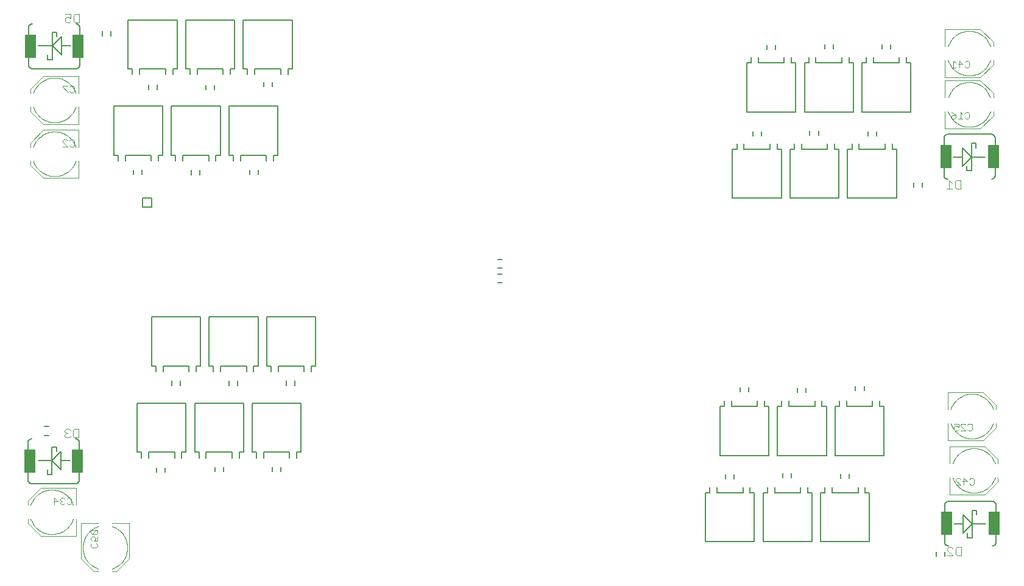
<source format=gbo>
G75*
G70*
%OFA0B0*%
%FSLAX24Y24*%
%IPPOS*%
%LPD*%
%AMOC8*
5,1,8,0,0,1.08239X$1,22.5*
%
%ADD10C,0.0050*%
%ADD11C,0.0060*%
%ADD12C,0.0040*%
%ADD13C,0.0030*%
%ADD14R,0.0600X0.1260*%
D10*
X039892Y006848D02*
X039892Y008898D01*
X039894Y008924D01*
X039899Y008950D01*
X039907Y008975D01*
X039919Y008998D01*
X039933Y009020D01*
X039951Y009039D01*
X039970Y009057D01*
X039992Y009071D01*
X040015Y009083D01*
X040040Y009091D01*
X040066Y009096D01*
X040092Y009098D01*
X041192Y008648D02*
X041442Y008648D01*
X041442Y008398D01*
X041692Y008398D02*
X041192Y007898D01*
X040442Y007898D01*
X040942Y007398D02*
X040942Y007148D01*
X041192Y007148D01*
X041192Y007898D01*
X041192Y008648D01*
X041692Y008398D02*
X041692Y007898D01*
X041692Y007398D01*
X041192Y007898D01*
X041692Y007898D02*
X042192Y007898D01*
X042692Y006848D02*
X042690Y006822D01*
X042685Y006796D01*
X042677Y006771D01*
X042665Y006748D01*
X042651Y006726D01*
X042633Y006707D01*
X042614Y006689D01*
X042592Y006675D01*
X042569Y006663D01*
X042544Y006655D01*
X042518Y006650D01*
X042492Y006648D01*
X040092Y006648D01*
X040066Y006650D01*
X040040Y006655D01*
X040015Y006663D01*
X039992Y006675D01*
X039970Y006689D01*
X039951Y006707D01*
X039933Y006726D01*
X039919Y006748D01*
X039907Y006771D01*
X039899Y006796D01*
X039894Y006822D01*
X039892Y006848D01*
X042692Y006848D02*
X042692Y008898D01*
X042690Y008924D01*
X042685Y008950D01*
X042677Y008975D01*
X042665Y008998D01*
X042651Y009020D01*
X042633Y009039D01*
X042614Y009057D01*
X042592Y009071D01*
X042569Y009083D01*
X042544Y009091D01*
X042518Y009096D01*
X042492Y009098D01*
X045861Y008361D02*
X046097Y008361D01*
X046097Y008046D01*
X045861Y008361D02*
X045861Y011038D01*
X048538Y011038D01*
X048538Y008361D01*
X048302Y008361D01*
X048302Y008046D01*
X047908Y008046D02*
X047908Y008361D01*
X046491Y008361D01*
X046491Y008046D01*
X049010Y008361D02*
X049247Y008361D01*
X049247Y008046D01*
X049640Y008046D02*
X049640Y008361D01*
X051058Y008361D01*
X051058Y008046D01*
X051451Y008046D02*
X051451Y008361D01*
X051688Y008361D01*
X051688Y011038D01*
X049010Y011038D01*
X049010Y008361D01*
X052160Y008361D02*
X052396Y008361D01*
X052396Y008046D01*
X052160Y008361D02*
X052160Y011038D01*
X054837Y011038D01*
X054837Y008361D01*
X054601Y008361D01*
X054601Y008046D01*
X054207Y008046D02*
X054207Y008361D01*
X052790Y008361D01*
X052790Y008046D01*
X053184Y012770D02*
X053184Y013085D01*
X052948Y013085D01*
X052948Y015763D01*
X055625Y015763D01*
X055625Y013085D01*
X055388Y013085D01*
X055388Y012770D01*
X054995Y012770D02*
X054995Y013085D01*
X053577Y013085D01*
X053577Y012770D01*
X052475Y013085D02*
X052239Y013085D01*
X052239Y012770D01*
X051845Y012770D02*
X051845Y013085D01*
X050428Y013085D01*
X050428Y012770D01*
X050034Y012770D02*
X050034Y013085D01*
X049798Y013085D01*
X049798Y015763D01*
X052475Y015763D01*
X052475Y013085D01*
X049325Y013085D02*
X049089Y013085D01*
X049089Y012770D01*
X048696Y012770D02*
X048696Y013085D01*
X047278Y013085D01*
X047278Y012770D01*
X046885Y012770D02*
X046885Y013085D01*
X046648Y013085D01*
X046648Y015763D01*
X049325Y015763D01*
X049325Y013085D01*
X046662Y021772D02*
X046162Y021772D01*
X046162Y022272D01*
X046662Y022272D01*
X046662Y021772D01*
X046629Y024306D02*
X046629Y024621D01*
X045211Y024621D01*
X045211Y024306D01*
X044818Y024306D02*
X044818Y024621D01*
X044581Y024621D01*
X044581Y027298D01*
X047259Y027298D01*
X047259Y024621D01*
X047022Y024621D01*
X047022Y024306D01*
X047731Y024621D02*
X047967Y024621D01*
X047967Y024306D01*
X047731Y024621D02*
X047731Y027298D01*
X050408Y027298D01*
X050408Y024621D01*
X050172Y024621D01*
X050172Y024306D01*
X049778Y024306D02*
X049778Y024621D01*
X048361Y024621D01*
X048361Y024306D01*
X050881Y024621D02*
X051117Y024621D01*
X051117Y024306D01*
X051510Y024306D02*
X051510Y024621D01*
X052928Y024621D01*
X052928Y024306D01*
X053322Y024306D02*
X053322Y024621D01*
X053558Y024621D01*
X053558Y027298D01*
X050881Y027298D01*
X050881Y024621D01*
X050959Y029030D02*
X050959Y029345D01*
X051196Y029345D01*
X051196Y032022D01*
X048518Y032022D01*
X048518Y029345D01*
X048755Y029345D01*
X048755Y029030D01*
X049148Y029030D02*
X049148Y029345D01*
X050566Y029345D01*
X050566Y029030D01*
X051668Y029345D02*
X051904Y029345D01*
X051904Y029030D01*
X051668Y029345D02*
X051668Y032022D01*
X054345Y032022D01*
X054345Y029345D01*
X054109Y029345D01*
X054109Y029030D01*
X053715Y029030D02*
X053715Y029345D01*
X052298Y029345D01*
X052298Y029030D01*
X048046Y029345D02*
X047810Y029345D01*
X047810Y029030D01*
X048046Y029345D02*
X048046Y032022D01*
X045369Y032022D01*
X045369Y029345D01*
X045605Y029345D01*
X045605Y029030D01*
X045999Y029030D02*
X045999Y029345D01*
X047416Y029345D01*
X047416Y029030D01*
X042721Y029555D02*
X042721Y031605D01*
X042719Y031631D01*
X042714Y031657D01*
X042706Y031682D01*
X042694Y031705D01*
X042680Y031727D01*
X042662Y031746D01*
X042643Y031764D01*
X042621Y031778D01*
X042598Y031790D01*
X042573Y031798D01*
X042547Y031803D01*
X042521Y031805D01*
X041471Y031355D02*
X041471Y031105D01*
X041471Y031355D02*
X041221Y031355D01*
X041221Y030605D01*
X040471Y030605D01*
X040971Y030105D02*
X040971Y029855D01*
X041221Y029855D01*
X041221Y030605D01*
X041721Y031105D01*
X041721Y030605D01*
X041721Y030105D01*
X041221Y030605D01*
X041721Y030605D02*
X042221Y030605D01*
X040121Y031805D02*
X040095Y031803D01*
X040069Y031798D01*
X040044Y031790D01*
X040021Y031778D01*
X039999Y031764D01*
X039980Y031746D01*
X039962Y031727D01*
X039948Y031705D01*
X039936Y031682D01*
X039928Y031657D01*
X039923Y031631D01*
X039921Y031605D01*
X039921Y029555D01*
X039923Y029529D01*
X039928Y029503D01*
X039936Y029478D01*
X039948Y029455D01*
X039962Y029433D01*
X039980Y029414D01*
X039999Y029396D01*
X040021Y029382D01*
X040044Y029370D01*
X040069Y029362D01*
X040095Y029357D01*
X040121Y029355D01*
X042521Y029355D01*
X042547Y029357D01*
X042573Y029362D01*
X042598Y029370D01*
X042621Y029382D01*
X042643Y029396D01*
X042662Y029414D01*
X042680Y029433D01*
X042694Y029455D01*
X042706Y029478D01*
X042714Y029503D01*
X042719Y029529D01*
X042721Y029555D01*
X078440Y024936D02*
X078440Y022259D01*
X081117Y022259D01*
X081117Y024936D01*
X080881Y024936D01*
X080881Y025251D01*
X080487Y025251D02*
X080487Y024936D01*
X079070Y024936D01*
X079070Y025251D01*
X078676Y025251D02*
X078676Y024936D01*
X078440Y024936D01*
X081589Y024936D02*
X081825Y024936D01*
X081825Y025251D01*
X081589Y024936D02*
X081589Y022259D01*
X084266Y022259D01*
X084266Y024936D01*
X084030Y024936D01*
X084030Y025251D01*
X083636Y025251D02*
X083636Y024936D01*
X082219Y024936D01*
X082219Y025251D01*
X084739Y024936D02*
X084975Y024936D01*
X084975Y025251D01*
X085369Y025251D02*
X085369Y024936D01*
X086786Y024936D01*
X086786Y025251D01*
X087180Y025251D02*
X087180Y024936D01*
X087416Y024936D01*
X087416Y022259D01*
X084739Y022259D01*
X084739Y024936D01*
X085054Y026983D02*
X082377Y026983D01*
X082377Y029660D01*
X082613Y029660D01*
X082613Y029975D01*
X083007Y029975D02*
X083007Y029660D01*
X084424Y029660D01*
X084424Y029975D01*
X084818Y029975D02*
X084818Y029660D01*
X085054Y029660D01*
X085054Y026983D01*
X085526Y026983D02*
X088203Y026983D01*
X088203Y029660D01*
X087967Y029660D01*
X087967Y029975D01*
X087573Y029975D02*
X087573Y029660D01*
X086156Y029660D01*
X086156Y029975D01*
X085762Y029975D02*
X085762Y029660D01*
X085526Y029660D01*
X085526Y026983D01*
X081904Y026983D02*
X081904Y029660D01*
X081668Y029660D01*
X081668Y029975D01*
X081274Y029975D02*
X081274Y029660D01*
X079857Y029660D01*
X079857Y029975D01*
X079463Y029975D02*
X079463Y029660D01*
X079227Y029660D01*
X079227Y026983D01*
X081904Y026983D01*
X090014Y025563D02*
X090014Y023513D01*
X090016Y023487D01*
X090021Y023461D01*
X090029Y023436D01*
X090041Y023413D01*
X090055Y023391D01*
X090073Y023372D01*
X090092Y023354D01*
X090114Y023340D01*
X090137Y023328D01*
X090162Y023320D01*
X090188Y023315D01*
X090214Y023313D01*
X091014Y024013D02*
X091514Y024513D01*
X092264Y024513D01*
X091764Y025013D02*
X091764Y025263D01*
X091514Y025263D01*
X091514Y024513D01*
X091514Y023763D01*
X091264Y023763D01*
X091264Y024013D01*
X091014Y024013D02*
X091014Y024513D01*
X091014Y025013D01*
X091514Y024513D01*
X091014Y024513D02*
X090514Y024513D01*
X090014Y025563D02*
X090016Y025589D01*
X090021Y025615D01*
X090029Y025640D01*
X090041Y025663D01*
X090055Y025685D01*
X090073Y025704D01*
X090092Y025722D01*
X090114Y025736D01*
X090137Y025748D01*
X090162Y025756D01*
X090188Y025761D01*
X090214Y025763D01*
X092614Y025763D01*
X092640Y025761D01*
X092666Y025756D01*
X092691Y025748D01*
X092714Y025736D01*
X092736Y025722D01*
X092755Y025704D01*
X092773Y025685D01*
X092787Y025663D01*
X092799Y025640D01*
X092807Y025615D01*
X092812Y025589D01*
X092814Y025563D01*
X092814Y023513D01*
X092812Y023487D01*
X092807Y023461D01*
X092799Y023436D01*
X092787Y023413D01*
X092773Y023391D01*
X092755Y023372D01*
X092736Y023354D01*
X092714Y023340D01*
X092691Y023328D01*
X092666Y023320D01*
X092640Y023315D01*
X092614Y023313D01*
X086491Y011176D02*
X086491Y010861D01*
X086727Y010861D01*
X086727Y008184D01*
X084050Y008184D01*
X084050Y010861D01*
X084286Y010861D01*
X084286Y011176D01*
X084680Y011176D02*
X084680Y010861D01*
X086097Y010861D01*
X086097Y011176D01*
X083577Y010861D02*
X083341Y010861D01*
X083341Y011176D01*
X082948Y011176D02*
X082948Y010861D01*
X081530Y010861D01*
X081530Y011176D01*
X081136Y011176D02*
X081136Y010861D01*
X080900Y010861D01*
X080900Y008184D01*
X083577Y008184D01*
X083577Y010861D01*
X080428Y010861D02*
X080192Y010861D01*
X080192Y011176D01*
X080428Y010861D02*
X080428Y008184D01*
X077751Y008184D01*
X077751Y010861D01*
X077987Y010861D01*
X077987Y011176D01*
X078381Y011176D02*
X078381Y010861D01*
X079798Y010861D01*
X079798Y011176D01*
X079404Y006452D02*
X079404Y006137D01*
X079640Y006137D01*
X079640Y003459D01*
X076963Y003459D01*
X076963Y006137D01*
X077199Y006137D01*
X077199Y006452D01*
X077593Y006452D02*
X077593Y006137D01*
X079010Y006137D01*
X079010Y006452D01*
X080113Y006137D02*
X080349Y006137D01*
X080349Y006452D01*
X080743Y006452D02*
X080743Y006137D01*
X082160Y006137D01*
X082160Y006452D01*
X082554Y006452D02*
X082554Y006137D01*
X082790Y006137D01*
X082790Y003459D01*
X080113Y003459D01*
X080113Y006137D01*
X083262Y006137D02*
X083499Y006137D01*
X083499Y006452D01*
X083892Y006452D02*
X083892Y006137D01*
X085310Y006137D01*
X085310Y006452D01*
X085703Y006452D02*
X085703Y006137D01*
X085940Y006137D01*
X085940Y003459D01*
X083262Y003459D01*
X083262Y006137D01*
X090054Y005484D02*
X090054Y003434D01*
X090056Y003408D01*
X090061Y003382D01*
X090069Y003357D01*
X090081Y003334D01*
X090095Y003312D01*
X090113Y003293D01*
X090132Y003275D01*
X090154Y003261D01*
X090177Y003249D01*
X090202Y003241D01*
X090228Y003236D01*
X090254Y003234D01*
X091054Y003934D02*
X091554Y004434D01*
X092304Y004434D01*
X091804Y004934D02*
X091804Y005184D01*
X091554Y005184D01*
X091554Y004434D01*
X091554Y003684D01*
X091304Y003684D01*
X091304Y003934D01*
X091054Y003934D02*
X091054Y004434D01*
X091054Y004934D01*
X091554Y004434D01*
X091054Y004434D02*
X090554Y004434D01*
X090054Y005484D02*
X090056Y005510D01*
X090061Y005536D01*
X090069Y005561D01*
X090081Y005584D01*
X090095Y005606D01*
X090113Y005625D01*
X090132Y005643D01*
X090154Y005657D01*
X090177Y005669D01*
X090202Y005677D01*
X090228Y005682D01*
X090254Y005684D01*
X092654Y005684D01*
X092680Y005682D01*
X092706Y005677D01*
X092731Y005669D01*
X092754Y005657D01*
X092776Y005643D01*
X092795Y005625D01*
X092813Y005606D01*
X092827Y005584D01*
X092839Y005561D01*
X092847Y005536D01*
X092852Y005510D01*
X092854Y005484D01*
X092854Y003434D01*
X092852Y003408D01*
X092847Y003382D01*
X092839Y003357D01*
X092827Y003334D01*
X092813Y003312D01*
X092795Y003293D01*
X092776Y003275D01*
X092754Y003261D01*
X092731Y003249D01*
X092706Y003241D01*
X092680Y003236D01*
X092654Y003234D01*
D11*
X090054Y002898D02*
X090054Y002662D01*
X089581Y002662D02*
X089581Y002898D01*
X084818Y006944D02*
X084818Y007180D01*
X084345Y007180D02*
X084345Y006944D01*
X081668Y006983D02*
X081668Y007219D01*
X081196Y007219D02*
X081196Y006983D01*
X078538Y006904D02*
X078538Y007141D01*
X078066Y007141D02*
X078066Y006904D01*
X078853Y011688D02*
X078853Y011924D01*
X079325Y011924D02*
X079325Y011688D01*
X081983Y011648D02*
X081983Y011885D01*
X082455Y011885D02*
X082455Y011648D01*
X085172Y011727D02*
X085172Y011963D01*
X085644Y011963D02*
X085644Y011727D01*
X065822Y017652D02*
X065585Y017652D01*
X065585Y018125D02*
X065822Y018125D01*
X065822Y018440D02*
X065585Y018440D01*
X065585Y018912D02*
X065822Y018912D01*
X052495Y023578D02*
X052495Y023814D01*
X052022Y023814D02*
X052022Y023578D01*
X049306Y023558D02*
X049306Y023794D01*
X048833Y023794D02*
X048833Y023558D01*
X046136Y023578D02*
X046136Y023814D01*
X045664Y023814D02*
X045664Y023578D01*
X046491Y028223D02*
X046491Y028459D01*
X046963Y028459D02*
X046963Y028223D01*
X049621Y028204D02*
X049621Y028440D01*
X050093Y028440D02*
X050093Y028204D01*
X052790Y028361D02*
X052790Y028597D01*
X053262Y028597D02*
X053262Y028361D01*
X044434Y031156D02*
X044434Y031393D01*
X043961Y031393D02*
X043961Y031156D01*
X079562Y025920D02*
X079562Y025684D01*
X080034Y025684D02*
X080034Y025920D01*
X082672Y025940D02*
X082672Y025704D01*
X083144Y025704D02*
X083144Y025940D01*
X085861Y025920D02*
X085861Y025684D01*
X086333Y025684D02*
X086333Y025920D01*
X088351Y023125D02*
X088351Y022889D01*
X088823Y022889D02*
X088823Y023125D01*
X080802Y030408D02*
X080802Y030644D01*
X080329Y030644D02*
X080329Y030408D01*
X083479Y030448D02*
X083479Y030684D01*
X083951Y030684D02*
X083951Y030448D01*
X086609Y030448D02*
X086609Y030684D01*
X087081Y030684D02*
X087081Y030448D01*
X054483Y012259D02*
X054483Y012022D01*
X054010Y012022D02*
X054010Y012259D01*
X051373Y012259D02*
X051373Y012022D01*
X050900Y012022D02*
X050900Y012259D01*
X048223Y012259D02*
X048223Y012022D01*
X047751Y012022D02*
X047751Y012259D01*
X041018Y009759D02*
X040782Y009759D01*
X040782Y009286D02*
X041018Y009286D01*
X046924Y007515D02*
X046924Y007278D01*
X047396Y007278D02*
X047396Y007515D01*
X050113Y007534D02*
X050113Y007298D01*
X050585Y007298D02*
X050585Y007534D01*
X053243Y007554D02*
X053243Y007318D01*
X053715Y007318D02*
X053715Y007554D01*
D12*
X040585Y003774D02*
X039877Y004483D01*
X039877Y004719D01*
X040035Y004719D02*
X040057Y004655D01*
X040084Y004592D01*
X040114Y004530D01*
X040147Y004471D01*
X040183Y004413D01*
X040223Y004357D01*
X040266Y004304D01*
X040311Y004253D01*
X040359Y004205D01*
X040410Y004160D01*
X040464Y004117D01*
X040520Y004078D01*
X040577Y004041D01*
X040637Y004008D01*
X040699Y003979D01*
X040762Y003953D01*
X040826Y003930D01*
X040892Y003911D01*
X040959Y003896D01*
X041026Y003885D01*
X041094Y003877D01*
X041162Y003873D01*
X041230Y003873D01*
X041298Y003877D01*
X041366Y003885D01*
X041433Y003896D01*
X041500Y003911D01*
X041566Y003930D01*
X041630Y003953D01*
X041693Y003979D01*
X041755Y004008D01*
X041815Y004041D01*
X041872Y004078D01*
X041928Y004117D01*
X041982Y004160D01*
X042033Y004205D01*
X042081Y004253D01*
X042126Y004304D01*
X042169Y004357D01*
X042209Y004413D01*
X042245Y004471D01*
X042278Y004530D01*
X042308Y004592D01*
X042335Y004655D01*
X042357Y004719D01*
X042514Y004719D02*
X042514Y003774D01*
X040585Y003774D01*
X042790Y004463D02*
X042790Y002534D01*
X043499Y001826D01*
X043735Y001826D01*
X044483Y001826D02*
X044719Y001826D01*
X045428Y002534D01*
X045428Y004463D01*
X044483Y004463D01*
X043735Y004463D02*
X042790Y004463D01*
X042514Y005467D02*
X042514Y006412D01*
X040585Y006412D01*
X039877Y005704D01*
X039877Y005467D01*
X040035Y005467D02*
X040057Y005531D01*
X040084Y005594D01*
X040114Y005656D01*
X040147Y005715D01*
X040183Y005773D01*
X040223Y005829D01*
X040266Y005882D01*
X040311Y005933D01*
X040359Y005981D01*
X040410Y006026D01*
X040464Y006069D01*
X040520Y006108D01*
X040577Y006145D01*
X040637Y006178D01*
X040699Y006207D01*
X040762Y006233D01*
X040826Y006256D01*
X040892Y006275D01*
X040959Y006290D01*
X041026Y006301D01*
X041094Y006309D01*
X041162Y006313D01*
X041230Y006313D01*
X041298Y006309D01*
X041366Y006301D01*
X041433Y006290D01*
X041500Y006275D01*
X041566Y006256D01*
X041630Y006233D01*
X041693Y006207D01*
X041755Y006178D01*
X041815Y006145D01*
X041872Y006108D01*
X041928Y006069D01*
X041982Y006026D01*
X042033Y005981D01*
X042081Y005933D01*
X042126Y005882D01*
X042169Y005829D01*
X042209Y005773D01*
X042245Y005715D01*
X042278Y005656D01*
X042308Y005594D01*
X042335Y005531D01*
X042357Y005467D01*
X044483Y004305D02*
X044547Y004283D01*
X044610Y004256D01*
X044672Y004226D01*
X044731Y004193D01*
X044789Y004157D01*
X044845Y004117D01*
X044898Y004074D01*
X044949Y004029D01*
X044997Y003981D01*
X045042Y003930D01*
X045085Y003876D01*
X045124Y003820D01*
X045161Y003763D01*
X045194Y003703D01*
X045223Y003641D01*
X045249Y003578D01*
X045272Y003514D01*
X045291Y003448D01*
X045306Y003381D01*
X045317Y003314D01*
X045325Y003246D01*
X045329Y003178D01*
X045329Y003110D01*
X045325Y003042D01*
X045317Y002974D01*
X045306Y002907D01*
X045291Y002840D01*
X045272Y002774D01*
X045249Y002710D01*
X045223Y002647D01*
X045194Y002585D01*
X045161Y002525D01*
X045124Y002468D01*
X045085Y002412D01*
X045042Y002358D01*
X044997Y002307D01*
X044949Y002259D01*
X044898Y002214D01*
X044845Y002171D01*
X044789Y002131D01*
X044731Y002095D01*
X044672Y002062D01*
X044610Y002032D01*
X044547Y002005D01*
X044483Y001983D01*
X043735Y001983D02*
X043671Y002005D01*
X043608Y002032D01*
X043546Y002062D01*
X043487Y002095D01*
X043429Y002131D01*
X043373Y002171D01*
X043320Y002214D01*
X043269Y002259D01*
X043221Y002307D01*
X043176Y002358D01*
X043133Y002412D01*
X043094Y002468D01*
X043057Y002525D01*
X043024Y002585D01*
X042995Y002647D01*
X042969Y002710D01*
X042946Y002774D01*
X042927Y002840D01*
X042912Y002907D01*
X042901Y002974D01*
X042893Y003042D01*
X042889Y003110D01*
X042889Y003178D01*
X042893Y003246D01*
X042901Y003314D01*
X042912Y003381D01*
X042927Y003448D01*
X042946Y003514D01*
X042969Y003578D01*
X042995Y003641D01*
X043024Y003703D01*
X043057Y003763D01*
X043094Y003820D01*
X043133Y003876D01*
X043176Y003930D01*
X043221Y003981D01*
X043269Y004029D01*
X043320Y004074D01*
X043373Y004117D01*
X043429Y004157D01*
X043487Y004193D01*
X043546Y004226D01*
X043608Y004256D01*
X043671Y004283D01*
X043735Y004305D01*
X042672Y009168D02*
X042441Y009168D01*
X042365Y009245D01*
X042365Y009552D01*
X042441Y009629D01*
X042672Y009629D01*
X042672Y009168D01*
X042211Y009245D02*
X042134Y009168D01*
X041981Y009168D01*
X041904Y009245D01*
X041904Y009322D01*
X041981Y009399D01*
X042058Y009399D01*
X041981Y009399D02*
X041904Y009475D01*
X041904Y009552D01*
X041981Y009629D01*
X042134Y009629D01*
X042211Y009552D01*
X042662Y023361D02*
X040733Y023361D01*
X040024Y024070D01*
X040024Y024306D01*
X040182Y024306D02*
X040204Y024242D01*
X040231Y024179D01*
X040261Y024117D01*
X040294Y024058D01*
X040330Y024000D01*
X040370Y023944D01*
X040413Y023891D01*
X040458Y023840D01*
X040506Y023792D01*
X040557Y023747D01*
X040611Y023704D01*
X040667Y023665D01*
X040724Y023628D01*
X040784Y023595D01*
X040846Y023566D01*
X040909Y023540D01*
X040973Y023517D01*
X041039Y023498D01*
X041106Y023483D01*
X041173Y023472D01*
X041241Y023464D01*
X041309Y023460D01*
X041377Y023460D01*
X041445Y023464D01*
X041513Y023472D01*
X041580Y023483D01*
X041647Y023498D01*
X041713Y023517D01*
X041777Y023540D01*
X041840Y023566D01*
X041902Y023595D01*
X041962Y023628D01*
X042019Y023665D01*
X042075Y023704D01*
X042129Y023747D01*
X042180Y023792D01*
X042228Y023840D01*
X042273Y023891D01*
X042316Y023944D01*
X042356Y024000D01*
X042392Y024058D01*
X042425Y024117D01*
X042455Y024179D01*
X042482Y024242D01*
X042504Y024306D01*
X042662Y024306D02*
X042662Y023361D01*
X042504Y025054D02*
X042482Y025118D01*
X042455Y025181D01*
X042425Y025243D01*
X042392Y025302D01*
X042356Y025360D01*
X042316Y025416D01*
X042273Y025469D01*
X042228Y025520D01*
X042180Y025568D01*
X042129Y025613D01*
X042075Y025656D01*
X042019Y025695D01*
X041962Y025732D01*
X041902Y025765D01*
X041840Y025794D01*
X041777Y025820D01*
X041713Y025843D01*
X041647Y025862D01*
X041580Y025877D01*
X041513Y025888D01*
X041445Y025896D01*
X041377Y025900D01*
X041309Y025900D01*
X041241Y025896D01*
X041173Y025888D01*
X041106Y025877D01*
X041039Y025862D01*
X040973Y025843D01*
X040909Y025820D01*
X040846Y025794D01*
X040784Y025765D01*
X040724Y025732D01*
X040667Y025695D01*
X040611Y025656D01*
X040557Y025613D01*
X040506Y025568D01*
X040458Y025520D01*
X040413Y025469D01*
X040370Y025416D01*
X040330Y025360D01*
X040294Y025302D01*
X040261Y025243D01*
X040231Y025181D01*
X040204Y025118D01*
X040182Y025054D01*
X040024Y025054D02*
X040024Y025290D01*
X040733Y025999D01*
X042662Y025999D01*
X042662Y025054D01*
X042662Y026314D02*
X040733Y026314D01*
X040024Y027022D01*
X040024Y027259D01*
X040024Y028007D02*
X040024Y028243D01*
X040733Y028952D01*
X042662Y028952D01*
X042662Y028007D01*
X042662Y027259D02*
X042662Y026314D01*
X042504Y028007D02*
X042482Y028071D01*
X042455Y028134D01*
X042425Y028196D01*
X042392Y028255D01*
X042356Y028313D01*
X042316Y028369D01*
X042273Y028422D01*
X042228Y028473D01*
X042180Y028521D01*
X042129Y028566D01*
X042075Y028609D01*
X042019Y028648D01*
X041962Y028685D01*
X041902Y028718D01*
X041840Y028747D01*
X041777Y028773D01*
X041713Y028796D01*
X041647Y028815D01*
X041580Y028830D01*
X041513Y028841D01*
X041445Y028849D01*
X041377Y028853D01*
X041309Y028853D01*
X041241Y028849D01*
X041173Y028841D01*
X041106Y028830D01*
X041039Y028815D01*
X040973Y028796D01*
X040909Y028773D01*
X040846Y028747D01*
X040784Y028718D01*
X040724Y028685D01*
X040667Y028648D01*
X040611Y028609D01*
X040557Y028566D01*
X040506Y028521D01*
X040458Y028473D01*
X040413Y028422D01*
X040370Y028369D01*
X040330Y028313D01*
X040294Y028255D01*
X040261Y028196D01*
X040231Y028134D01*
X040204Y028071D01*
X040182Y028007D01*
X040182Y027259D02*
X040204Y027195D01*
X040231Y027132D01*
X040261Y027070D01*
X040294Y027011D01*
X040330Y026953D01*
X040370Y026897D01*
X040413Y026844D01*
X040458Y026793D01*
X040506Y026745D01*
X040557Y026700D01*
X040611Y026657D01*
X040667Y026618D01*
X040724Y026581D01*
X040784Y026548D01*
X040846Y026519D01*
X040909Y026493D01*
X040973Y026470D01*
X041039Y026451D01*
X041106Y026436D01*
X041173Y026425D01*
X041241Y026417D01*
X041309Y026413D01*
X041377Y026413D01*
X041445Y026417D01*
X041513Y026425D01*
X041580Y026436D01*
X041647Y026451D01*
X041713Y026470D01*
X041777Y026493D01*
X041840Y026519D01*
X041902Y026548D01*
X041962Y026581D01*
X042019Y026618D01*
X042075Y026657D01*
X042129Y026700D01*
X042180Y026745D01*
X042228Y026793D01*
X042273Y026844D01*
X042316Y026897D01*
X042356Y026953D01*
X042392Y027011D01*
X042425Y027070D01*
X042455Y027132D01*
X042482Y027195D01*
X042504Y027259D01*
X042471Y031875D02*
X042394Y031952D01*
X042394Y032259D01*
X042471Y032336D01*
X042701Y032336D01*
X042701Y031875D01*
X042471Y031875D01*
X042241Y031952D02*
X042164Y031875D01*
X042011Y031875D01*
X041934Y031952D01*
X041934Y032105D01*
X042011Y032182D01*
X042087Y032182D01*
X042241Y032105D01*
X042241Y032336D01*
X041934Y032336D01*
X090073Y031511D02*
X090073Y030566D01*
X090231Y029818D02*
X090253Y029754D01*
X090280Y029691D01*
X090310Y029629D01*
X090343Y029570D01*
X090379Y029512D01*
X090419Y029456D01*
X090462Y029403D01*
X090507Y029352D01*
X090555Y029304D01*
X090606Y029259D01*
X090660Y029216D01*
X090716Y029177D01*
X090773Y029140D01*
X090833Y029107D01*
X090895Y029078D01*
X090958Y029052D01*
X091022Y029029D01*
X091088Y029010D01*
X091155Y028995D01*
X091222Y028984D01*
X091290Y028976D01*
X091358Y028972D01*
X091426Y028972D01*
X091494Y028976D01*
X091562Y028984D01*
X091629Y028995D01*
X091696Y029010D01*
X091762Y029029D01*
X091826Y029052D01*
X091889Y029078D01*
X091951Y029107D01*
X092011Y029140D01*
X092068Y029177D01*
X092124Y029216D01*
X092178Y029259D01*
X092229Y029304D01*
X092277Y029352D01*
X092322Y029403D01*
X092365Y029456D01*
X092405Y029512D01*
X092441Y029570D01*
X092474Y029629D01*
X092504Y029691D01*
X092531Y029754D01*
X092553Y029818D01*
X092711Y029818D02*
X092711Y029581D01*
X092003Y028873D01*
X090073Y028873D01*
X090073Y029818D01*
X090231Y030566D02*
X090253Y030630D01*
X090280Y030693D01*
X090310Y030755D01*
X090343Y030814D01*
X090379Y030872D01*
X090419Y030928D01*
X090462Y030981D01*
X090507Y031032D01*
X090555Y031080D01*
X090606Y031125D01*
X090660Y031168D01*
X090716Y031207D01*
X090773Y031244D01*
X090833Y031277D01*
X090895Y031306D01*
X090958Y031332D01*
X091022Y031355D01*
X091088Y031374D01*
X091155Y031389D01*
X091222Y031400D01*
X091290Y031408D01*
X091358Y031412D01*
X091426Y031412D01*
X091494Y031408D01*
X091562Y031400D01*
X091629Y031389D01*
X091696Y031374D01*
X091762Y031355D01*
X091826Y031332D01*
X091889Y031306D01*
X091951Y031277D01*
X092011Y031244D01*
X092068Y031207D01*
X092124Y031168D01*
X092178Y031125D01*
X092229Y031080D01*
X092277Y031032D01*
X092322Y030981D01*
X092365Y030928D01*
X092405Y030872D01*
X092441Y030814D01*
X092474Y030755D01*
X092504Y030693D01*
X092531Y030630D01*
X092553Y030566D01*
X092711Y030566D02*
X092711Y030802D01*
X092003Y031511D01*
X090073Y031511D01*
X090073Y028706D02*
X090073Y027761D01*
X090231Y027761D02*
X090253Y027825D01*
X090280Y027888D01*
X090310Y027950D01*
X090343Y028009D01*
X090379Y028067D01*
X090419Y028123D01*
X090462Y028176D01*
X090507Y028227D01*
X090555Y028275D01*
X090606Y028320D01*
X090660Y028363D01*
X090716Y028402D01*
X090773Y028439D01*
X090833Y028472D01*
X090895Y028501D01*
X090958Y028527D01*
X091022Y028550D01*
X091088Y028569D01*
X091155Y028584D01*
X091222Y028595D01*
X091290Y028603D01*
X091358Y028607D01*
X091426Y028607D01*
X091494Y028603D01*
X091562Y028595D01*
X091629Y028584D01*
X091696Y028569D01*
X091762Y028550D01*
X091826Y028527D01*
X091889Y028501D01*
X091951Y028472D01*
X092011Y028439D01*
X092068Y028402D01*
X092124Y028363D01*
X092178Y028320D01*
X092229Y028275D01*
X092277Y028227D01*
X092322Y028176D01*
X092365Y028123D01*
X092405Y028067D01*
X092441Y028009D01*
X092474Y027950D01*
X092504Y027888D01*
X092531Y027825D01*
X092553Y027761D01*
X092711Y027761D02*
X092711Y027997D01*
X092003Y028706D01*
X090073Y028706D01*
X090231Y027013D02*
X090253Y026949D01*
X090280Y026886D01*
X090310Y026824D01*
X090343Y026765D01*
X090379Y026707D01*
X090419Y026651D01*
X090462Y026598D01*
X090507Y026547D01*
X090555Y026499D01*
X090606Y026454D01*
X090660Y026411D01*
X090716Y026372D01*
X090773Y026335D01*
X090833Y026302D01*
X090895Y026273D01*
X090958Y026247D01*
X091022Y026224D01*
X091088Y026205D01*
X091155Y026190D01*
X091222Y026179D01*
X091290Y026171D01*
X091358Y026167D01*
X091426Y026167D01*
X091494Y026171D01*
X091562Y026179D01*
X091629Y026190D01*
X091696Y026205D01*
X091762Y026224D01*
X091826Y026247D01*
X091889Y026273D01*
X091951Y026302D01*
X092011Y026335D01*
X092068Y026372D01*
X092124Y026411D01*
X092178Y026454D01*
X092229Y026499D01*
X092277Y026547D01*
X092322Y026598D01*
X092365Y026651D01*
X092405Y026707D01*
X092441Y026765D01*
X092474Y026824D01*
X092504Y026886D01*
X092531Y026949D01*
X092553Y027013D01*
X092711Y027013D02*
X092711Y026776D01*
X092003Y026068D01*
X090073Y026068D01*
X090073Y027013D01*
X090301Y023243D02*
X090301Y022783D01*
X090148Y022783D02*
X090455Y022783D01*
X090608Y022859D02*
X090608Y023166D01*
X090685Y023243D01*
X090915Y023243D01*
X090915Y022783D01*
X090685Y022783D01*
X090608Y022859D01*
X090455Y023090D02*
X090301Y023243D01*
X090221Y011648D02*
X090221Y010704D01*
X090379Y010704D02*
X090401Y010768D01*
X090428Y010831D01*
X090458Y010893D01*
X090491Y010952D01*
X090527Y011010D01*
X090567Y011066D01*
X090610Y011119D01*
X090655Y011170D01*
X090703Y011218D01*
X090754Y011263D01*
X090808Y011306D01*
X090864Y011345D01*
X090921Y011382D01*
X090981Y011415D01*
X091043Y011444D01*
X091106Y011470D01*
X091170Y011493D01*
X091236Y011512D01*
X091303Y011527D01*
X091370Y011538D01*
X091438Y011546D01*
X091506Y011550D01*
X091574Y011550D01*
X091642Y011546D01*
X091710Y011538D01*
X091777Y011527D01*
X091844Y011512D01*
X091910Y011493D01*
X091974Y011470D01*
X092037Y011444D01*
X092099Y011415D01*
X092159Y011382D01*
X092216Y011345D01*
X092272Y011306D01*
X092326Y011263D01*
X092377Y011218D01*
X092425Y011170D01*
X092470Y011119D01*
X092513Y011066D01*
X092553Y011010D01*
X092589Y010952D01*
X092622Y010893D01*
X092652Y010831D01*
X092679Y010768D01*
X092701Y010704D01*
X092859Y010704D02*
X092859Y010940D01*
X092150Y011648D01*
X090221Y011648D01*
X090379Y009956D02*
X090401Y009892D01*
X090428Y009829D01*
X090458Y009767D01*
X090491Y009708D01*
X090527Y009650D01*
X090567Y009594D01*
X090610Y009541D01*
X090655Y009490D01*
X090703Y009442D01*
X090754Y009397D01*
X090808Y009354D01*
X090864Y009315D01*
X090921Y009278D01*
X090981Y009245D01*
X091043Y009216D01*
X091106Y009190D01*
X091170Y009167D01*
X091236Y009148D01*
X091303Y009133D01*
X091370Y009122D01*
X091438Y009114D01*
X091506Y009110D01*
X091574Y009110D01*
X091642Y009114D01*
X091710Y009122D01*
X091777Y009133D01*
X091844Y009148D01*
X091910Y009167D01*
X091974Y009190D01*
X092037Y009216D01*
X092099Y009245D01*
X092159Y009278D01*
X092216Y009315D01*
X092272Y009354D01*
X092326Y009397D01*
X092377Y009442D01*
X092425Y009490D01*
X092470Y009541D01*
X092513Y009594D01*
X092553Y009650D01*
X092589Y009708D01*
X092622Y009767D01*
X092652Y009829D01*
X092679Y009892D01*
X092701Y009956D01*
X092859Y009956D02*
X092859Y009719D01*
X092150Y009011D01*
X090221Y009011D01*
X090221Y009956D01*
X090329Y008676D02*
X090329Y007731D01*
X090329Y006983D02*
X090329Y006038D01*
X092259Y006038D01*
X092967Y006747D01*
X092967Y006983D01*
X092809Y007731D02*
X092787Y007795D01*
X092760Y007858D01*
X092730Y007920D01*
X092697Y007979D01*
X092661Y008037D01*
X092621Y008093D01*
X092578Y008146D01*
X092533Y008197D01*
X092485Y008245D01*
X092434Y008290D01*
X092380Y008333D01*
X092324Y008372D01*
X092267Y008409D01*
X092207Y008442D01*
X092145Y008471D01*
X092082Y008497D01*
X092018Y008520D01*
X091952Y008539D01*
X091885Y008554D01*
X091818Y008565D01*
X091750Y008573D01*
X091682Y008577D01*
X091614Y008577D01*
X091546Y008573D01*
X091478Y008565D01*
X091411Y008554D01*
X091344Y008539D01*
X091278Y008520D01*
X091214Y008497D01*
X091151Y008471D01*
X091089Y008442D01*
X091029Y008409D01*
X090972Y008372D01*
X090916Y008333D01*
X090862Y008290D01*
X090811Y008245D01*
X090763Y008197D01*
X090718Y008146D01*
X090675Y008093D01*
X090635Y008037D01*
X090599Y007979D01*
X090566Y007920D01*
X090536Y007858D01*
X090509Y007795D01*
X090487Y007731D01*
X090329Y008676D02*
X092259Y008676D01*
X092967Y007967D01*
X092967Y007731D01*
X092809Y006983D02*
X092787Y006919D01*
X092760Y006856D01*
X092730Y006794D01*
X092697Y006735D01*
X092661Y006677D01*
X092621Y006621D01*
X092578Y006568D01*
X092533Y006517D01*
X092485Y006469D01*
X092434Y006424D01*
X092380Y006381D01*
X092324Y006342D01*
X092267Y006305D01*
X092207Y006272D01*
X092145Y006243D01*
X092082Y006217D01*
X092018Y006194D01*
X091952Y006175D01*
X091885Y006160D01*
X091818Y006149D01*
X091750Y006141D01*
X091682Y006137D01*
X091614Y006137D01*
X091546Y006141D01*
X091478Y006149D01*
X091411Y006160D01*
X091344Y006175D01*
X091278Y006194D01*
X091214Y006217D01*
X091151Y006243D01*
X091089Y006272D01*
X091029Y006305D01*
X090972Y006342D01*
X090916Y006381D01*
X090862Y006424D01*
X090811Y006469D01*
X090763Y006517D01*
X090718Y006568D01*
X090675Y006621D01*
X090635Y006677D01*
X090599Y006735D01*
X090566Y006794D01*
X090536Y006856D01*
X090509Y006919D01*
X090487Y006983D01*
X090417Y003164D02*
X090494Y003088D01*
X090417Y003164D02*
X090264Y003164D01*
X090187Y003088D01*
X090187Y003011D01*
X090494Y002704D01*
X090187Y002704D01*
X090648Y002781D02*
X090648Y003088D01*
X090724Y003164D01*
X090955Y003164D01*
X090955Y002704D01*
X090724Y002704D01*
X090648Y002781D01*
D13*
X090672Y006578D02*
X090919Y006578D01*
X090672Y006825D01*
X090672Y006887D01*
X090734Y006949D01*
X090857Y006949D01*
X090919Y006887D01*
X091040Y006764D02*
X091287Y006764D01*
X091102Y006949D01*
X091102Y006578D01*
X091409Y006640D02*
X091470Y006578D01*
X091594Y006578D01*
X091656Y006640D01*
X091656Y006887D01*
X091594Y006949D01*
X091470Y006949D01*
X091409Y006887D01*
X091362Y009551D02*
X091300Y009613D01*
X091362Y009551D02*
X091486Y009551D01*
X091547Y009613D01*
X091547Y009859D01*
X091486Y009921D01*
X091362Y009921D01*
X091300Y009859D01*
X091179Y009859D02*
X091117Y009921D01*
X090994Y009921D01*
X090932Y009859D01*
X090932Y009798D01*
X091179Y009551D01*
X090932Y009551D01*
X090811Y009613D02*
X090749Y009551D01*
X090626Y009551D01*
X090564Y009613D01*
X090564Y009736D01*
X090626Y009798D01*
X090687Y009798D01*
X090811Y009736D01*
X090811Y009921D01*
X090564Y009921D01*
X090601Y026608D02*
X090478Y026608D01*
X090416Y026670D01*
X090416Y026731D01*
X090478Y026793D01*
X090663Y026793D01*
X090663Y026670D01*
X090601Y026608D01*
X090784Y026608D02*
X091031Y026608D01*
X090908Y026608D02*
X090908Y026978D01*
X091031Y026855D01*
X091153Y026917D02*
X091214Y026978D01*
X091338Y026978D01*
X091400Y026917D01*
X091400Y026670D01*
X091338Y026608D01*
X091214Y026608D01*
X091153Y026670D01*
X090663Y026793D02*
X090540Y026917D01*
X090416Y026978D01*
X090416Y029413D02*
X090663Y029413D01*
X090540Y029413D02*
X090540Y029783D01*
X090663Y029660D01*
X090784Y029598D02*
X091031Y029598D01*
X090846Y029783D01*
X090846Y029413D01*
X091153Y029475D02*
X091214Y029413D01*
X091338Y029413D01*
X091400Y029475D01*
X091400Y029722D01*
X091338Y029783D01*
X091214Y029783D01*
X091153Y029722D01*
X042411Y028350D02*
X042411Y028103D01*
X042349Y028041D01*
X042226Y028041D01*
X042164Y028103D01*
X042043Y028103D02*
X042043Y028041D01*
X042043Y028103D02*
X041796Y028350D01*
X041796Y028412D01*
X042043Y028412D01*
X042164Y028350D02*
X042226Y028412D01*
X042349Y028412D01*
X042411Y028350D01*
X042349Y025459D02*
X042411Y025397D01*
X042411Y025150D01*
X042349Y025089D01*
X042226Y025089D01*
X042164Y025150D01*
X042043Y025089D02*
X041796Y025335D01*
X041796Y025397D01*
X041857Y025459D01*
X041981Y025459D01*
X042043Y025397D01*
X042164Y025397D02*
X042226Y025459D01*
X042349Y025459D01*
X042043Y025089D02*
X041796Y025089D01*
X041833Y005872D02*
X041710Y005872D01*
X041648Y005811D01*
X041648Y005749D01*
X041710Y005687D01*
X041648Y005625D01*
X041648Y005564D01*
X041710Y005502D01*
X041833Y005502D01*
X041895Y005564D01*
X042016Y005564D02*
X042078Y005502D01*
X042201Y005502D01*
X042263Y005564D01*
X042263Y005811D01*
X042201Y005872D01*
X042078Y005872D01*
X042016Y005811D01*
X041895Y005811D02*
X041833Y005872D01*
X041771Y005687D02*
X041710Y005687D01*
X041527Y005687D02*
X041280Y005687D01*
X041341Y005502D02*
X041341Y005872D01*
X041527Y005687D01*
X043330Y004059D02*
X043330Y003936D01*
X043392Y003874D01*
X043639Y004121D01*
X043392Y004121D01*
X043330Y004059D01*
X043392Y003874D02*
X043639Y003874D01*
X043701Y003936D01*
X043701Y004059D01*
X043639Y004121D01*
X043701Y003752D02*
X043701Y003506D01*
X043515Y003506D01*
X043577Y003629D01*
X043577Y003691D01*
X043515Y003752D01*
X043392Y003752D01*
X043330Y003691D01*
X043330Y003567D01*
X043392Y003506D01*
X043392Y003384D02*
X043330Y003322D01*
X043330Y003199D01*
X043392Y003137D01*
X043639Y003137D01*
X043701Y003199D01*
X043701Y003322D01*
X043639Y003384D01*
D14*
X042592Y007873D03*
X039992Y007873D03*
X090154Y004459D03*
X092754Y004459D03*
X092714Y024538D03*
X090114Y024538D03*
X042621Y030580D03*
X040021Y030580D03*
M02*

</source>
